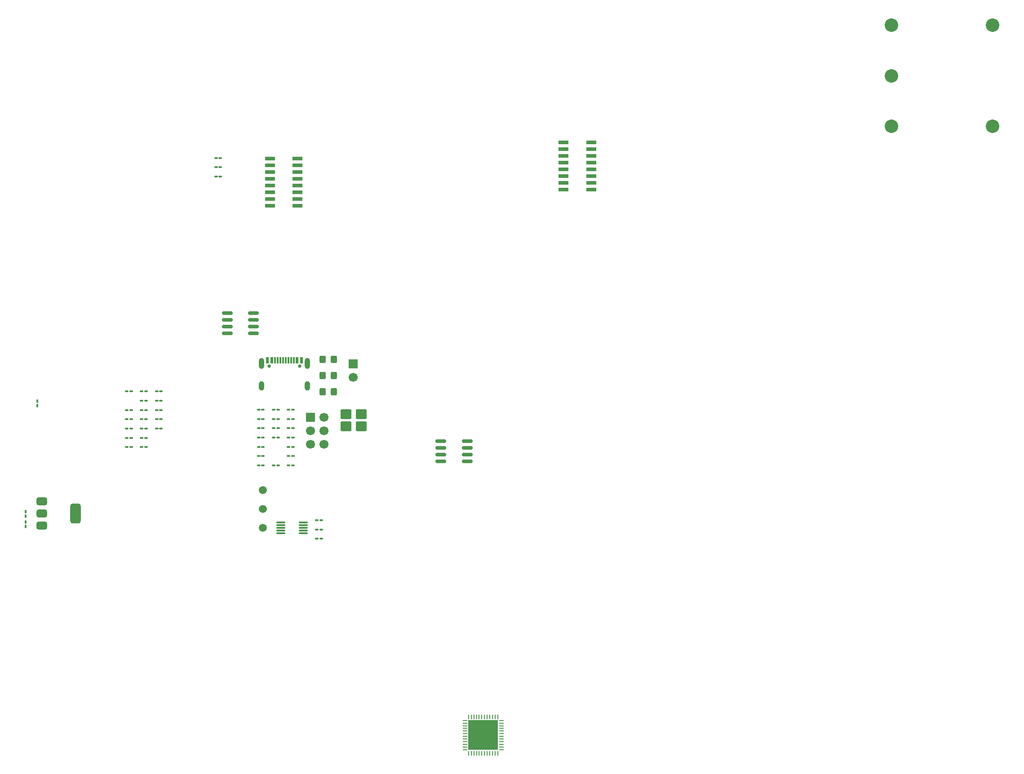
<source format=gbr>
%TF.GenerationSoftware,KiCad,Pcbnew,9.0.4*%
%TF.CreationDate,2025-09-29T16:45:49+02:00*%
%TF.ProjectId,gpsdo,67707364-6f2e-46b6-9963-61645f706362,rev?*%
%TF.SameCoordinates,Original*%
%TF.FileFunction,Soldermask,Top*%
%TF.FilePolarity,Negative*%
%FSLAX46Y46*%
G04 Gerber Fmt 4.6, Leading zero omitted, Abs format (unit mm)*
G04 Created by KiCad (PCBNEW 9.0.4) date 2025-09-29 16:45:49*
%MOMM*%
%LPD*%
G01*
G04 APERTURE LIST*
G04 Aperture macros list*
%AMRoundRect*
0 Rectangle with rounded corners*
0 $1 Rounding radius*
0 $2 $3 $4 $5 $6 $7 $8 $9 X,Y pos of 4 corners*
0 Add a 4 corners polygon primitive as box body*
4,1,4,$2,$3,$4,$5,$6,$7,$8,$9,$2,$3,0*
0 Add four circle primitives for the rounded corners*
1,1,$1+$1,$2,$3*
1,1,$1+$1,$4,$5*
1,1,$1+$1,$6,$7*
1,1,$1+$1,$8,$9*
0 Add four rect primitives between the rounded corners*
20,1,$1+$1,$2,$3,$4,$5,0*
20,1,$1+$1,$4,$5,$6,$7,0*
20,1,$1+$1,$6,$7,$8,$9,0*
20,1,$1+$1,$8,$9,$2,$3,0*%
G04 Aperture macros list end*
%ADD10RoundRect,0.250000X-0.800000X-0.650000X0.800000X-0.650000X0.800000X0.650000X-0.800000X0.650000X0*%
%ADD11RoundRect,0.375000X-0.625000X-0.375000X0.625000X-0.375000X0.625000X0.375000X-0.625000X0.375000X0*%
%ADD12RoundRect,0.500000X-0.500000X-1.400000X0.500000X-1.400000X0.500000X1.400000X-0.500000X1.400000X0*%
%ADD13RoundRect,0.062500X-0.375000X-0.062500X0.375000X-0.062500X0.375000X0.062500X-0.375000X0.062500X0*%
%ADD14RoundRect,0.062500X-0.062500X-0.375000X0.062500X-0.375000X0.062500X0.375000X-0.062500X0.375000X0*%
%ADD15R,5.600000X5.600000*%
%ADD16RoundRect,0.150000X-0.825000X-0.150000X0.825000X-0.150000X0.825000X0.150000X-0.825000X0.150000X0*%
%ADD17RoundRect,0.087500X-0.725000X-0.087500X0.725000X-0.087500X0.725000X0.087500X-0.725000X0.087500X0*%
%ADD18C,1.500000*%
%ADD19RoundRect,0.100000X-0.217500X-0.100000X0.217500X-0.100000X0.217500X0.100000X-0.217500X0.100000X0*%
%ADD20C,0.650000*%
%ADD21R,0.600000X1.240000*%
%ADD22R,0.300000X1.240000*%
%ADD23O,1.000000X2.100000*%
%ADD24O,1.000000X1.800000*%
%ADD25R,1.700000X1.700000*%
%ADD26C,1.700000*%
%ADD27RoundRect,0.250000X-0.325000X-0.450000X0.325000X-0.450000X0.325000X0.450000X-0.325000X0.450000X0*%
%ADD28RoundRect,0.100000X-0.100000X0.217500X-0.100000X-0.217500X0.100000X-0.217500X0.100000X0.217500X0*%
%ADD29RoundRect,0.100000X0.100000X-0.217500X0.100000X0.217500X-0.100000X0.217500X-0.100000X-0.217500X0*%
%ADD30RoundRect,0.102000X-0.850900X-0.266700X0.850900X-0.266700X0.850900X0.266700X-0.850900X0.266700X0*%
%ADD31C,2.540000*%
G04 APERTURE END LIST*
D10*
%TO.C,X1*%
X78142500Y-123565000D03*
X81042500Y-123565000D03*
X81042500Y-121265000D03*
X78142500Y-121265000D03*
%TD*%
D11*
%TO.C,U7*%
X20850000Y-137700000D03*
X20850000Y-140000000D03*
D12*
X27150000Y-140000000D03*
D11*
X20850000Y-142300000D03*
%TD*%
D13*
%TO.C,U6*%
X100562500Y-179000000D03*
X100562500Y-179500000D03*
X100562500Y-180000000D03*
X100562500Y-180500000D03*
X100562500Y-181000000D03*
X100562500Y-181500000D03*
X100562500Y-182000000D03*
X100562500Y-182500000D03*
X100562500Y-183000000D03*
X100562500Y-183500000D03*
X100562500Y-184000000D03*
X100562500Y-184500000D03*
D14*
X101250000Y-185187500D03*
X101750000Y-185187500D03*
X102250000Y-185187500D03*
X102750000Y-185187500D03*
X103250000Y-185187500D03*
X103750000Y-185187500D03*
X104250000Y-185187500D03*
X104750000Y-185187500D03*
X105250000Y-185187500D03*
X105750000Y-185187500D03*
X106250000Y-185187500D03*
X106750000Y-185187500D03*
D13*
X107437500Y-184500000D03*
X107437500Y-184000000D03*
X107437500Y-183500000D03*
X107437500Y-183000000D03*
X107437500Y-182500000D03*
X107437500Y-182000000D03*
X107437500Y-181500000D03*
X107437500Y-181000000D03*
X107437500Y-180500000D03*
X107437500Y-180000000D03*
X107437500Y-179500000D03*
X107437500Y-179000000D03*
D14*
X106750000Y-178312500D03*
X106250000Y-178312500D03*
X105750000Y-178312500D03*
X105250000Y-178312500D03*
X104750000Y-178312500D03*
X104250000Y-178312500D03*
X103750000Y-178312500D03*
X103250000Y-178312500D03*
X102750000Y-178312500D03*
X102250000Y-178312500D03*
X101750000Y-178312500D03*
X101250000Y-178312500D03*
D15*
X104000000Y-181750000D03*
%TD*%
D16*
%TO.C,U5*%
X96025000Y-126345000D03*
X96025000Y-127615000D03*
X96025000Y-128885000D03*
X96025000Y-130155000D03*
X100975000Y-130155000D03*
X100975000Y-128885000D03*
X100975000Y-127615000D03*
X100975000Y-126345000D03*
%TD*%
D17*
%TO.C,U4*%
X65845000Y-141700000D03*
X65845000Y-142200000D03*
X65845000Y-142700000D03*
X65845000Y-143200000D03*
X65845000Y-143700000D03*
X70070000Y-143700000D03*
X70070000Y-143200000D03*
X70070000Y-142700000D03*
X70070000Y-142200000D03*
X70070000Y-141700000D03*
%TD*%
D16*
%TO.C,U3*%
X55800000Y-102190000D03*
X55800000Y-103460000D03*
X55800000Y-104730000D03*
X55800000Y-106000000D03*
X60750000Y-106000000D03*
X60750000Y-104730000D03*
X60750000Y-103460000D03*
X60750000Y-102190000D03*
%TD*%
D18*
%TO.C,TP3*%
X62477500Y-142670000D03*
%TD*%
%TO.C,TP2*%
X62477500Y-139120000D03*
%TD*%
%TO.C,TP1*%
X62477500Y-135570000D03*
%TD*%
D19*
%TO.C,R16*%
X67320000Y-130920000D03*
X68135000Y-130920000D03*
%TD*%
%TO.C,R15*%
X67320000Y-129170000D03*
X68135000Y-129170000D03*
%TD*%
%TO.C,R14*%
X67320000Y-127420000D03*
X68135000Y-127420000D03*
%TD*%
%TO.C,R13*%
X67320000Y-125670000D03*
X68135000Y-125670000D03*
%TD*%
%TO.C,R12*%
X67320000Y-123920000D03*
X68135000Y-123920000D03*
%TD*%
%TO.C,R11*%
X67320000Y-122170000D03*
X68135000Y-122170000D03*
%TD*%
%TO.C,R10*%
X67320000Y-120420000D03*
X68135000Y-120420000D03*
%TD*%
%TO.C,R9*%
X64510000Y-130920000D03*
X65325000Y-130920000D03*
%TD*%
%TO.C,R6*%
X72660000Y-144750000D03*
X73475000Y-144750000D03*
%TD*%
%TO.C,R5*%
X72660000Y-143000000D03*
X73475000Y-143000000D03*
%TD*%
D20*
%TO.C,J3*%
X63657500Y-112235000D03*
X69437500Y-112235000D03*
D21*
X63347500Y-111115000D03*
X64147500Y-111115000D03*
D22*
X65297500Y-111115000D03*
X66297500Y-111115000D03*
X66797500Y-111115000D03*
X67797500Y-111115000D03*
D21*
X68947500Y-111115000D03*
X69747500Y-111115000D03*
X69747500Y-111115000D03*
X68947500Y-111115000D03*
D22*
X68297500Y-111115000D03*
X67297500Y-111115000D03*
X65797500Y-111115000D03*
X64797500Y-111115000D03*
D21*
X64147500Y-111115000D03*
X63347500Y-111115000D03*
D23*
X62227500Y-111715000D03*
D24*
X62227500Y-115915000D03*
D23*
X70867500Y-111715000D03*
D24*
X70867500Y-115915000D03*
%TD*%
D25*
%TO.C,J2*%
X71427500Y-121840000D03*
D26*
X73967500Y-121840000D03*
X71427500Y-124380000D03*
X73967500Y-124380000D03*
X71427500Y-126920000D03*
X73967500Y-126920000D03*
%TD*%
D25*
%TO.C,J1*%
X79477500Y-111760000D03*
D26*
X79477500Y-114300000D03*
%TD*%
D27*
%TO.C,D3*%
X73787500Y-117065000D03*
X75837500Y-117065000D03*
%TD*%
%TO.C,D2*%
X73787500Y-114025000D03*
X75837500Y-114025000D03*
%TD*%
%TO.C,D1*%
X73787500Y-110985000D03*
X75837500Y-110985000D03*
%TD*%
D28*
%TO.C,C29*%
X17750000Y-139660000D03*
X17750000Y-140475000D03*
%TD*%
D29*
%TO.C,C28*%
X17750000Y-141592500D03*
X17750000Y-142407500D03*
%TD*%
D19*
%TO.C,C27*%
X64510000Y-125670000D03*
X65325000Y-125670000D03*
%TD*%
%TO.C,C26*%
X64510000Y-123920000D03*
X65325000Y-123920000D03*
%TD*%
%TO.C,C25*%
X64510000Y-122170000D03*
X65325000Y-122170000D03*
%TD*%
%TO.C,C24*%
X64510000Y-120420000D03*
X65325000Y-120420000D03*
%TD*%
%TO.C,C23*%
X61700000Y-130920000D03*
X62515000Y-130920000D03*
%TD*%
%TO.C,C22*%
X61700000Y-129170000D03*
X62515000Y-129170000D03*
%TD*%
%TO.C,C21*%
X61700000Y-127420000D03*
X62515000Y-127420000D03*
%TD*%
%TO.C,C20*%
X61700000Y-125670000D03*
X62515000Y-125670000D03*
%TD*%
%TO.C,C19*%
X61700000Y-123920000D03*
X62515000Y-123920000D03*
%TD*%
%TO.C,C18*%
X61700000Y-122170000D03*
X62515000Y-122170000D03*
%TD*%
%TO.C,C17*%
X61700000Y-120420000D03*
X62515000Y-120420000D03*
%TD*%
%TO.C,C15*%
X72660000Y-141250000D03*
X73475000Y-141250000D03*
%TD*%
%TO.C,R8*%
X42470000Y-124000000D03*
X43285000Y-124000000D03*
%TD*%
%TO.C,R7*%
X42470000Y-122250000D03*
X43285000Y-122250000D03*
%TD*%
%TO.C,R4*%
X42470000Y-120500000D03*
X43285000Y-120500000D03*
%TD*%
%TO.C,R3*%
X42470000Y-118750000D03*
X43285000Y-118750000D03*
%TD*%
%TO.C,R2*%
X42470000Y-117000000D03*
X43285000Y-117000000D03*
%TD*%
%TO.C,R1*%
X39660000Y-127500000D03*
X40475000Y-127500000D03*
%TD*%
%TO.C,L1*%
X39660000Y-125750000D03*
X40475000Y-125750000D03*
%TD*%
%TO.C,C16*%
X39660000Y-124000000D03*
X40475000Y-124000000D03*
%TD*%
%TO.C,C14*%
X39660000Y-122250000D03*
X40475000Y-122250000D03*
%TD*%
%TO.C,C13*%
X39660000Y-120500000D03*
X40475000Y-120500000D03*
%TD*%
%TO.C,C12*%
X39660000Y-118750000D03*
X40475000Y-118750000D03*
%TD*%
%TO.C,C11*%
X39660000Y-117000000D03*
X40475000Y-117000000D03*
%TD*%
%TO.C,C10*%
X36850000Y-127500000D03*
X37665000Y-127500000D03*
%TD*%
%TO.C,C9*%
X36850000Y-125750000D03*
X37665000Y-125750000D03*
%TD*%
%TO.C,C8*%
X36850000Y-124000000D03*
X37665000Y-124000000D03*
%TD*%
%TO.C,C7*%
X36850000Y-122250000D03*
X37665000Y-122250000D03*
%TD*%
%TO.C,C6*%
X36850000Y-120500000D03*
X37665000Y-120500000D03*
%TD*%
D29*
%TO.C,C5*%
X20000000Y-119657500D03*
X20000000Y-118842500D03*
%TD*%
D19*
%TO.C,C4*%
X36850000Y-117000000D03*
X37665000Y-117000000D03*
%TD*%
%TO.C,C3*%
X53660000Y-76500000D03*
X54475000Y-76500000D03*
%TD*%
D30*
%TO.C,U1*%
X63818400Y-73110000D03*
X63818400Y-74380000D03*
X63818400Y-75650000D03*
X63818400Y-76920000D03*
X63818400Y-78190000D03*
X63818400Y-79460000D03*
X63818400Y-80730000D03*
X63818400Y-82000000D03*
X69000000Y-82000000D03*
X69000000Y-80730000D03*
X69000000Y-79460000D03*
X69000000Y-78190000D03*
X69000000Y-76920000D03*
X69000000Y-75650000D03*
X69000000Y-74380000D03*
X69000000Y-73110000D03*
%TD*%
%TO.C,U2*%
X119159200Y-70055000D03*
X119159200Y-71325000D03*
X119159200Y-72595000D03*
X119159200Y-73865000D03*
X119159200Y-75135000D03*
X119159200Y-76405000D03*
X119159200Y-77675000D03*
X119159200Y-78945000D03*
X124340800Y-78945000D03*
X124340800Y-77675000D03*
X124340800Y-76405000D03*
X124340800Y-75135000D03*
X124340800Y-73865000D03*
X124340800Y-72595000D03*
X124340800Y-71325000D03*
X124340800Y-70055000D03*
%TD*%
D19*
%TO.C,C1*%
X53660000Y-73000000D03*
X54475000Y-73000000D03*
%TD*%
%TO.C,C2*%
X53660000Y-74750000D03*
X54475000Y-74750000D03*
%TD*%
D31*
%TO.C,OSC5A2B1*%
X180975000Y-47975000D03*
X180975000Y-57500000D03*
X180975000Y-67025000D03*
X200025000Y-67025000D03*
X200025000Y-47975000D03*
%TD*%
M02*

</source>
